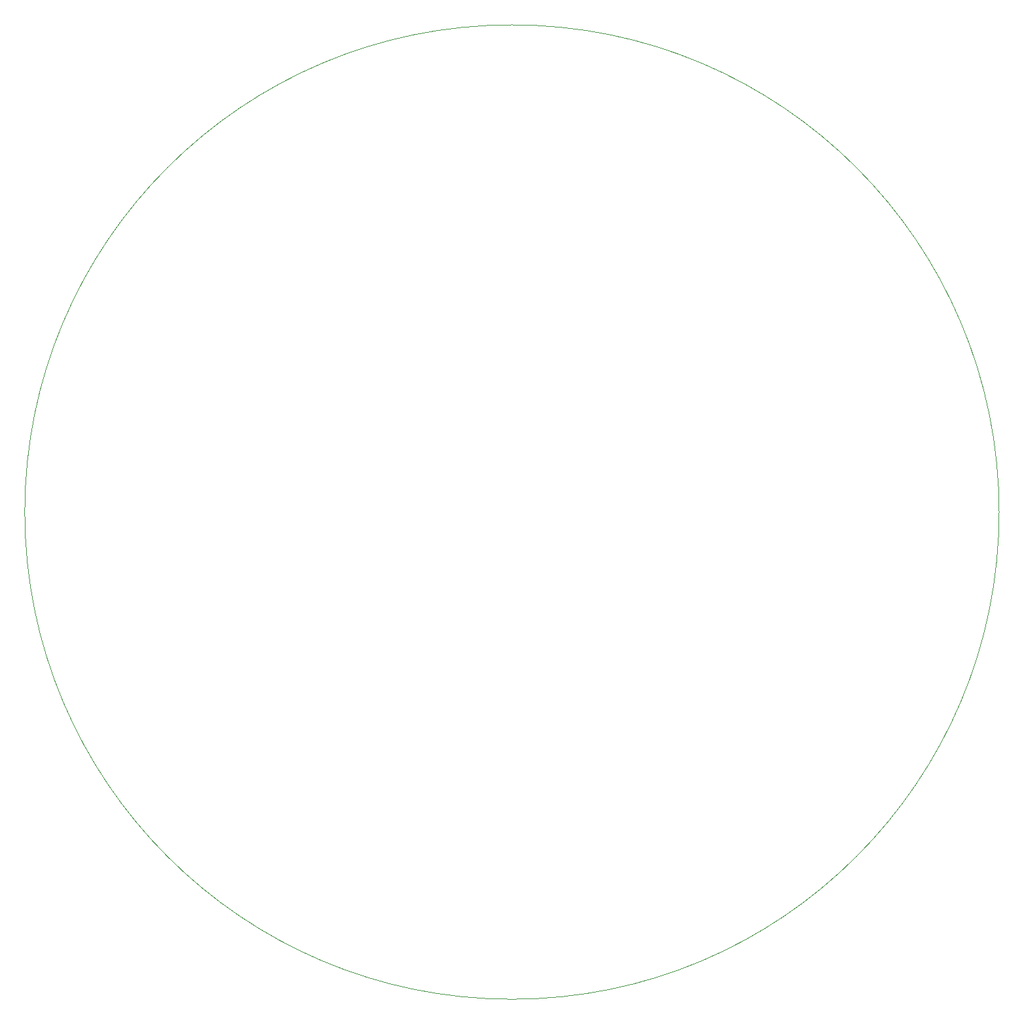
<source format=gbr>
%TF.GenerationSoftware,KiCad,Pcbnew,7.0.8*%
%TF.CreationDate,2023-11-12T08:49:20+11:00*%
%TF.ProjectId,Line 4.3,4c696e65-2034-42e3-932e-6b696361645f,rev?*%
%TF.SameCoordinates,Original*%
%TF.FileFunction,Profile,NP*%
%FSLAX46Y46*%
G04 Gerber Fmt 4.6, Leading zero omitted, Abs format (unit mm)*
G04 Created by KiCad (PCBNEW 7.0.8) date 2023-11-12 08:49:20*
%MOMM*%
%LPD*%
G01*
G04 APERTURE LIST*
%TA.AperFunction,Profile*%
%ADD10C,0.100000*%
%TD*%
G04 APERTURE END LIST*
D10*
X213000000Y-150000000D02*
G75*
G03*
X213000000Y-150000000I-63000000J0D01*
G01*
M02*

</source>
